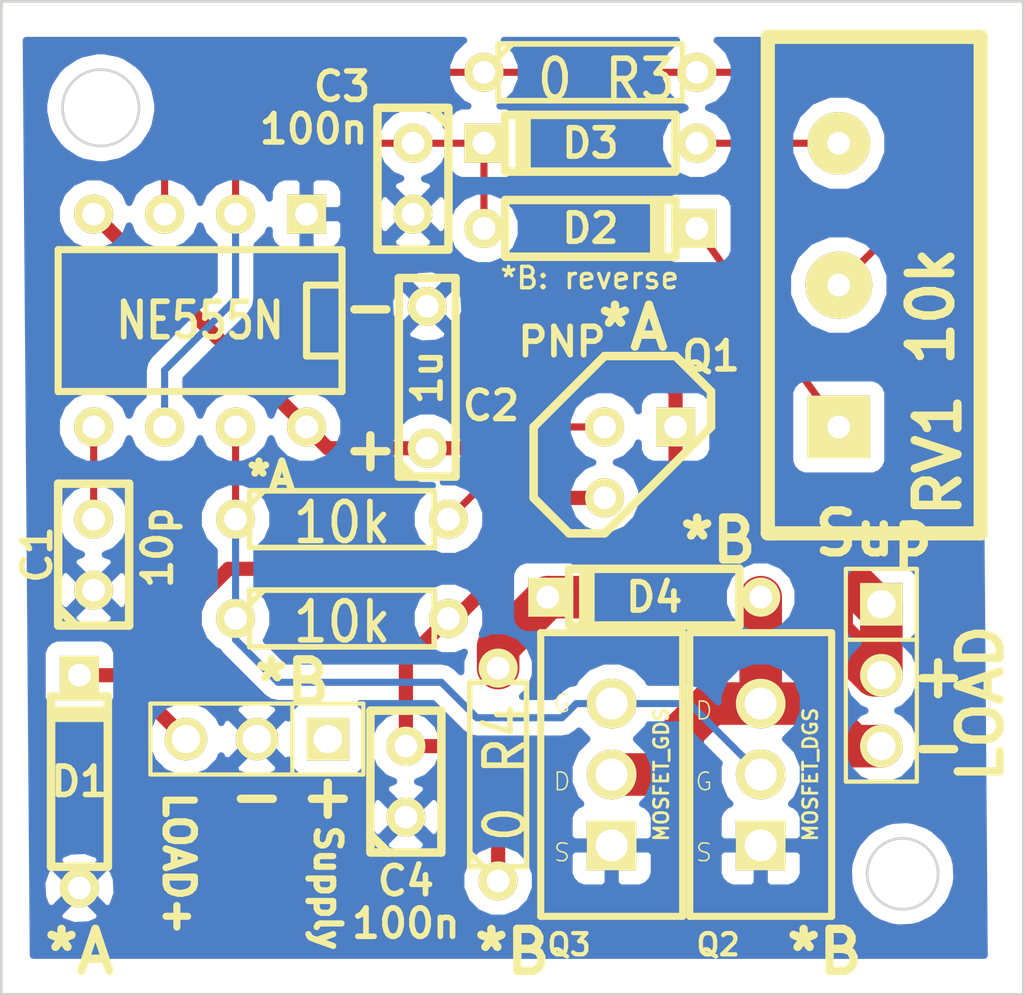
<source format=kicad_pcb>
(kicad_pcb (version 3) (host pcbnew "(2013-june-11)-stable")

  (general
    (links 38)
    (no_connects 1)
    (area 38.557999 22.809999 76.595715 58.470001)
    (thickness 1.6)
    (drawings 25)
    (tracks 78)
    (zones 0)
    (modules 19)
    (nets 13)
  )

  (page A3)
  (layers
    (15 F.Cu signal)
    (0 B.Cu signal)
    (16 B.Adhes user)
    (17 F.Adhes user)
    (18 B.Paste user)
    (19 F.Paste user)
    (20 B.SilkS user)
    (21 F.SilkS user)
    (22 B.Mask user)
    (23 F.Mask user)
    (24 Dwgs.User user hide)
    (25 Cmts.User user hide)
    (26 Eco1.User user hide)
    (27 Eco2.User user hide)
    (28 Edge.Cuts user)
  )

  (setup
    (last_trace_width 0.254)
    (trace_clearance 0.381)
    (zone_clearance 0.508)
    (zone_45_only yes)
    (trace_min 0.254)
    (segment_width 0.2)
    (edge_width 0.1)
    (via_size 0.889)
    (via_drill 0.635)
    (via_min_size 0.889)
    (via_min_drill 0.508)
    (uvia_size 0.508)
    (uvia_drill 0.127)
    (uvias_allowed no)
    (uvia_min_size 0.508)
    (uvia_min_drill 0.127)
    (pcb_text_width 0.3)
    (pcb_text_size 1.5 1.5)
    (mod_edge_width 0.254)
    (mod_text_size 1 1)
    (mod_text_width 0.15)
    (pad_size 1.778 1.778)
    (pad_drill 1.143)
    (pad_to_mask_clearance 0)
    (aux_axis_origin 0 0)
    (visible_elements FFFFFFBF)
    (pcbplotparams
      (layerselection 284196865)
      (usegerberextensions true)
      (excludeedgelayer true)
      (linewidth 0.150000)
      (plotframeref false)
      (viasonmask false)
      (mode 1)
      (useauxorigin false)
      (hpglpennumber 1)
      (hpglpenspeed 20)
      (hpglpendiameter 15)
      (hpglpenoverlay 2)
      (psnegative false)
      (psa4output false)
      (plotreference true)
      (plotvalue true)
      (plotothertext true)
      (plotinvisibletext false)
      (padsonsilk false)
      (subtractmaskfromsilk false)
      (outputformat 1)
      (mirror false)
      (drillshape 0)
      (scaleselection 1)
      (outputdirectory gerb/))
  )

  (net 0 "")
  (net 1 /SIG)
  (net 2 /Vload)
  (net 3 /Vload+)
  (net 4 /Vload-)
  (net 5 GND)
  (net 6 N-0000010)
  (net 7 N-0000011)
  (net 8 N-0000012)
  (net 9 N-000005)
  (net 10 N-000007)
  (net 11 N-000009)
  (net 12 VCC)

  (net_class Default "This is the default net class."
    (clearance 0.381)
    (trace_width 0.254)
    (via_dia 0.889)
    (via_drill 0.635)
    (uvia_dia 0.508)
    (uvia_drill 0.127)
    (add_net "")
    (add_net /SIG)
    (add_net N-0000010)
    (add_net N-0000011)
    (add_net N-0000012)
    (add_net N-000005)
    (add_net N-000007)
    (add_net N-000009)
  )

  (net_class HiPower ""
    (clearance 0.381)
    (trace_width 1.524)
    (via_dia 0.889)
    (via_drill 0.635)
    (uvia_dia 0.508)
    (uvia_drill 0.127)
    (add_net /Vload+)
    (add_net /Vload-)
    (add_net GND)
  )

  (net_class Power ""
    (clearance 0.381)
    (trace_width 0.508)
    (via_dia 0.889)
    (via_drill 0.635)
    (uvia_dia 0.508)
    (uvia_drill 0.127)
    (add_net /Vload)
    (add_net VCC)
  )

  (module TO220DGS (layer F.Cu) (tedit 541788A8) (tstamp 54178249)
    (at 65.786 50.546)
    (descr "Transistor TO 220")
    (tags "TR TO220 DEV")
    (path /53DED315)
    (fp_text reference Q2 (at -1.524 6.096) (layer F.SilkS)
      (effects (font (size 0.762 0.762) (thickness 0.1524)))
    )
    (fp_text value MOSFET_DGS (at 1.778 0 90) (layer F.SilkS)
      (effects (font (size 0.508 0.508) (thickness 0.1016)))
    )
    (fp_text user S (at -2.032 2.794) (layer F.SilkS)
      (effects (font (size 0.635 0.635) (thickness 0.0508)))
    )
    (fp_text user G (at -2.032 0.254) (layer F.SilkS)
      (effects (font (size 0.635 0.635) (thickness 0.0508)))
    )
    (fp_text user D (at -2.032 -2.286) (layer F.SilkS)
      (effects (font (size 0.635 0.635) (thickness 0.0508)))
    )
    (fp_line (start -2.54 -5.08) (end 2.54 -5.08) (layer F.SilkS) (width 0.254))
    (fp_line (start 2.54 -5.08) (end 2.54 5.08) (layer F.SilkS) (width 0.254))
    (fp_line (start 2.54 5.08) (end -2.54 5.08) (layer F.SilkS) (width 0.254))
    (fp_line (start -2.54 5.08) (end -2.54 -5.08) (layer F.SilkS) (width 0.254))
    (pad S thru_hole rect (at 0 2.54) (size 1.778 1.778) (drill 1.143)
      (layers *.Cu *.Mask F.SilkS)
      (net 5 GND)
    )
    (pad D thru_hole circle (at 0 -2.54) (size 1.778 1.778) (drill 1.143)
      (layers *.Cu *.Mask F.SilkS)
      (net 4 /Vload-)
    )
    (pad G thru_hole circle (at 0 0) (size 1.778 1.778) (drill 1.143)
      (layers *.Cu *.Mask F.SilkS)
      (net 1 /SIG)
    )
  )

  (module TO220GDS (layer F.Cu) (tedit 5417884B) (tstamp 54138B5B)
    (at 60.452 50.546)
    (descr "Transistor VMOS Irf530, TO220")
    (tags "TR TO220 DEV")
    (path /54110B74)
    (fp_text reference Q3 (at -1.524 6.096) (layer F.SilkS)
      (effects (font (size 0.762 0.762) (thickness 0.1524)))
    )
    (fp_text value MOSFET_GDS (at 1.778 0 90) (layer F.SilkS)
      (effects (font (size 0.508 0.508) (thickness 0.1016)))
    )
    (fp_text user S (at -1.778 2.794) (layer F.SilkS)
      (effects (font (size 0.635 0.635) (thickness 0.0508)))
    )
    (fp_text user D (at -1.778 0.254) (layer F.SilkS)
      (effects (font (size 0.635 0.635) (thickness 0.0508)))
    )
    (fp_text user G (at -1.778 -2.54) (layer F.SilkS)
      (effects (font (size 0.635 0.635) (thickness 0.0508)))
    )
    (fp_line (start -2.54 -5.08) (end 2.54 -5.08) (layer F.SilkS) (width 0.254))
    (fp_line (start 2.54 -5.08) (end 2.54 5.08) (layer F.SilkS) (width 0.254))
    (fp_line (start 2.54 5.08) (end -2.54 5.08) (layer F.SilkS) (width 0.254))
    (fp_line (start -2.54 5.08) (end -2.54 -5.08) (layer F.SilkS) (width 0.254))
    (pad G thru_hole circle (at 0 -2.54) (size 1.778 1.778) (drill 1.143)
      (layers *.Cu *.Mask F.SilkS)
      (net 1 /SIG)
    )
    (pad D thru_hole circle (at 0 0) (size 1.778 1.778) (drill 1.143)
      (layers *.Cu *.Mask F.SilkS)
      (net 4 /Vload-)
    )
    (pad S thru_hole rect (at 0 2.54) (size 1.778 1.778) (drill 1.143)
      (layers *.Cu *.Mask F.SilkS)
      (net 5 GND)
    )
  )

  (module POTA_Fav (layer F.Cu) (tedit 540D0C96) (tstamp 53DDAD7E)
    (at 73.66 33.02 180)
    (path /53DD9B5B)
    (fp_text reference RV1 (at 1.524 -6.096 270) (layer F.SilkS)
      (effects (font (size 1.524 1.524) (thickness 0.3048)))
    )
    (fp_text value 10k (at 1.778 -0.762 270) (layer F.SilkS)
      (effects (font (size 1.524 1.524) (thickness 0.3048)))
    )
    (fp_line (start 0 8.89) (end 0 -8.89) (layer F.SilkS) (width 0.508))
    (fp_line (start 7.62 8.89) (end 7.62 -8.89) (layer F.SilkS) (width 0.508))
    (fp_line (start 7.62 8.89) (end 0 8.89) (layer F.SilkS) (width 0.508))
    (fp_line (start 0 -8.89) (end 7.62 -8.89) (layer F.SilkS) (width 0.508))
    (pad 2 thru_hole circle (at 5.08 0 180) (size 2.39522 2.39522) (drill 0.8128)
      (layers *.Cu *.Mask F.SilkS)
      (net 9 N-000005)
    )
    (pad 1 thru_hole rect (at 5.08 -5.08 180) (size 2.24028 2.24028) (drill 0.8128)
      (layers *.Cu *.Mask F.SilkS)
      (net 7 N-0000011)
    )
    (pad 3 thru_hole circle (at 5.08 5.08 180) (size 2.24028 2.24028) (drill 0.8128)
      (layers *.Cu *.Mask F.SilkS)
      (net 6 N-0000010)
    )
  )

  (module R3 (layer F.Cu) (tedit 4E4C0E65) (tstamp 53DED5B1)
    (at 50.8 41.402)
    (descr "Resitance 3 pas")
    (tags R)
    (path /53DD9A98)
    (autoplace_cost180 10)
    (fp_text reference R1 (at 0 0.127) (layer F.SilkS) hide
      (effects (font (size 1.397 1.27) (thickness 0.2032)))
    )
    (fp_text value 10k (at 0 0.127) (layer F.SilkS)
      (effects (font (size 1.397 1.27) (thickness 0.2032)))
    )
    (fp_line (start -3.81 0) (end -3.302 0) (layer F.SilkS) (width 0.2032))
    (fp_line (start 3.81 0) (end 3.302 0) (layer F.SilkS) (width 0.2032))
    (fp_line (start 3.302 0) (end 3.302 -1.016) (layer F.SilkS) (width 0.2032))
    (fp_line (start 3.302 -1.016) (end -3.302 -1.016) (layer F.SilkS) (width 0.2032))
    (fp_line (start -3.302 -1.016) (end -3.302 1.016) (layer F.SilkS) (width 0.2032))
    (fp_line (start -3.302 1.016) (end 3.302 1.016) (layer F.SilkS) (width 0.2032))
    (fp_line (start 3.302 1.016) (end 3.302 0) (layer F.SilkS) (width 0.2032))
    (fp_line (start -3.302 -0.508) (end -2.794 -1.016) (layer F.SilkS) (width 0.2032))
    (pad 1 thru_hole circle (at -3.81 0) (size 1.397 1.397) (drill 0.8128)
      (layers *.Cu *.Mask F.SilkS)
      (net 1 /SIG)
    )
    (pad 2 thru_hole circle (at 3.81 0) (size 1.397 1.397) (drill 0.8128)
      (layers *.Cu *.Mask F.SilkS)
      (net 8 N-0000012)
    )
    (model discret/resistor.wrl
      (at (xyz 0 0 0))
      (scale (xyz 0.3 0.3 0.3))
      (rotate (xyz 0 0 0))
    )
  )

  (module PIN_ARRAY_3X1 (layer F.Cu) (tedit 540D0FBB) (tstamp 53DDA92E)
    (at 47.752 49.276 180)
    (descr "Connecteur 3 pins")
    (tags "CONN DEV")
    (path /541423F8)
    (fp_text reference K1 (at 4.572 0 270) (layer F.SilkS) hide
      (effects (font (size 1.016 1.016) (thickness 0.1524)))
    )
    (fp_text value POWER (at 0 -2.159 180) (layer F.SilkS) hide
      (effects (font (size 1.016 1.016) (thickness 0.1524)))
    )
    (fp_line (start -3.81 1.27) (end -3.81 -1.27) (layer F.SilkS) (width 0.1524))
    (fp_line (start -3.81 -1.27) (end 3.81 -1.27) (layer F.SilkS) (width 0.1524))
    (fp_line (start 3.81 -1.27) (end 3.81 1.27) (layer F.SilkS) (width 0.1524))
    (fp_line (start 3.81 1.27) (end -3.81 1.27) (layer F.SilkS) (width 0.1524))
    (fp_line (start -1.27 -1.27) (end -1.27 1.27) (layer F.SilkS) (width 0.1524))
    (pad 1 thru_hole rect (at -2.54 0 180) (size 1.524 1.524) (drill 1.016)
      (layers *.Cu *.Mask F.SilkS)
      (net 12 VCC)
    )
    (pad 2 thru_hole circle (at 0 0 180) (size 1.524 1.524) (drill 1.016)
      (layers *.Cu *.Mask F.SilkS)
      (net 5 GND)
    )
    (pad 3 thru_hole circle (at 2.54 0 180) (size 1.524 1.524) (drill 1.016)
      (layers *.Cu *.Mask F.SilkS)
      (net 2 /Vload)
    )
    (model pin_array/pins_array_3x1.wrl
      (at (xyz 0 0 0))
      (scale (xyz 1 1 1))
      (rotate (xyz 0 0 0))
    )
  )

  (module DIP-8__300 (layer F.Cu) (tedit 540D0F70) (tstamp 53DDAA3C)
    (at 45.72 34.29 180)
    (descr "8 pins DIL package, round pads")
    (tags DIL)
    (path /541422CC)
    (fp_text reference U1 (at -6.35 0 270) (layer F.SilkS) hide
      (effects (font (size 1.27 1.143) (thickness 0.2032)))
    )
    (fp_text value NE555N (at 0 0 180) (layer F.SilkS)
      (effects (font (size 1.27 1.016) (thickness 0.2032)))
    )
    (fp_line (start -5.08 -1.27) (end -3.81 -1.27) (layer F.SilkS) (width 0.254))
    (fp_line (start -3.81 -1.27) (end -3.81 1.27) (layer F.SilkS) (width 0.254))
    (fp_line (start -3.81 1.27) (end -5.08 1.27) (layer F.SilkS) (width 0.254))
    (fp_line (start -5.08 -2.54) (end 5.08 -2.54) (layer F.SilkS) (width 0.254))
    (fp_line (start 5.08 -2.54) (end 5.08 2.54) (layer F.SilkS) (width 0.254))
    (fp_line (start 5.08 2.54) (end -5.08 2.54) (layer F.SilkS) (width 0.254))
    (fp_line (start -5.08 2.54) (end -5.08 -2.54) (layer F.SilkS) (width 0.254))
    (pad 1 thru_hole rect (at -3.81 3.81 180) (size 1.397 1.397) (drill 0.8128)
      (layers *.Cu *.Mask F.SilkS)
      (net 5 GND)
    )
    (pad 2 thru_hole circle (at -1.27 3.81 180) (size 1.397 1.397) (drill 0.8128)
      (layers *.Cu *.Mask F.SilkS)
      (net 11 N-000009)
    )
    (pad 3 thru_hole circle (at 1.27 3.81 180) (size 1.397 1.397) (drill 0.8128)
      (layers *.Cu *.Mask F.SilkS)
      (net 9 N-000005)
    )
    (pad 4 thru_hole circle (at 3.81 3.81 180) (size 1.397 1.397) (drill 0.8128)
      (layers *.Cu *.Mask F.SilkS)
      (net 12 VCC)
    )
    (pad 5 thru_hole circle (at 3.81 -3.81 180) (size 1.397 1.397) (drill 0.8128)
      (layers *.Cu *.Mask F.SilkS)
      (net 10 N-000007)
    )
    (pad 6 thru_hole circle (at 1.27 -3.81 180) (size 1.397 1.397) (drill 0.8128)
      (layers *.Cu *.Mask F.SilkS)
      (net 11 N-000009)
    )
    (pad 7 thru_hole circle (at -1.27 -3.81 180) (size 1.397 1.397) (drill 0.8128)
      (layers *.Cu *.Mask F.SilkS)
      (net 1 /SIG)
    )
    (pad 8 thru_hole circle (at -3.81 -3.81 180) (size 1.397 1.397) (drill 0.8128)
      (layers *.Cu *.Mask F.SilkS)
      (net 12 VCC)
    )
    (model dil/dil_8.wrl
      (at (xyz 0 0 0))
      (scale (xyz 1 1 1))
      (rotate (xyz 0 0 0))
    )
  )

  (module D3 (layer F.Cu) (tedit 200000) (tstamp 53DDA951)
    (at 59.69 30.988)
    (descr "Diode 3 pas")
    (tags "DIODE DEV")
    (path /53DD9BA4)
    (fp_text reference D2 (at 0 0) (layer F.SilkS)
      (effects (font (size 1.016 1.016) (thickness 0.2032)))
    )
    (fp_text value DIODESCH (at 0 0) (layer F.SilkS) hide
      (effects (font (size 1.016 1.016) (thickness 0.2032)))
    )
    (fp_line (start 3.81 0) (end 3.048 0) (layer F.SilkS) (width 0.3048))
    (fp_line (start 3.048 0) (end 3.048 -1.016) (layer F.SilkS) (width 0.3048))
    (fp_line (start 3.048 -1.016) (end -3.048 -1.016) (layer F.SilkS) (width 0.3048))
    (fp_line (start -3.048 -1.016) (end -3.048 0) (layer F.SilkS) (width 0.3048))
    (fp_line (start -3.048 0) (end -3.81 0) (layer F.SilkS) (width 0.3048))
    (fp_line (start -3.048 0) (end -3.048 1.016) (layer F.SilkS) (width 0.3048))
    (fp_line (start -3.048 1.016) (end 3.048 1.016) (layer F.SilkS) (width 0.3048))
    (fp_line (start 3.048 1.016) (end 3.048 0) (layer F.SilkS) (width 0.3048))
    (fp_line (start 2.54 -1.016) (end 2.54 1.016) (layer F.SilkS) (width 0.3048))
    (fp_line (start 2.286 1.016) (end 2.286 -1.016) (layer F.SilkS) (width 0.3048))
    (pad 2 thru_hole rect (at 3.81 0) (size 1.397 1.397) (drill 0.8128)
      (layers *.Cu *.Mask F.SilkS)
      (net 7 N-0000011)
    )
    (pad 1 thru_hole circle (at -3.81 0) (size 1.397 1.397) (drill 0.8128)
      (layers *.Cu *.Mask F.SilkS)
      (net 11 N-000009)
    )
    (model discret/diode.wrl
      (at (xyz 0 0 0))
      (scale (xyz 0.3 0.3 0.3))
      (rotate (xyz 0 0 0))
    )
  )

  (module D3 (layer F.Cu) (tedit 200000) (tstamp 53DDA961)
    (at 59.69 27.94 180)
    (descr "Diode 3 pas")
    (tags "DIODE DEV")
    (path /53DD9BB6)
    (fp_text reference D3 (at 0 0 180) (layer F.SilkS)
      (effects (font (size 1.016 1.016) (thickness 0.2032)))
    )
    (fp_text value DIODESCH (at 0 0 180) (layer F.SilkS) hide
      (effects (font (size 1.016 1.016) (thickness 0.2032)))
    )
    (fp_line (start 3.81 0) (end 3.048 0) (layer F.SilkS) (width 0.3048))
    (fp_line (start 3.048 0) (end 3.048 -1.016) (layer F.SilkS) (width 0.3048))
    (fp_line (start 3.048 -1.016) (end -3.048 -1.016) (layer F.SilkS) (width 0.3048))
    (fp_line (start -3.048 -1.016) (end -3.048 0) (layer F.SilkS) (width 0.3048))
    (fp_line (start -3.048 0) (end -3.81 0) (layer F.SilkS) (width 0.3048))
    (fp_line (start -3.048 0) (end -3.048 1.016) (layer F.SilkS) (width 0.3048))
    (fp_line (start -3.048 1.016) (end 3.048 1.016) (layer F.SilkS) (width 0.3048))
    (fp_line (start 3.048 1.016) (end 3.048 0) (layer F.SilkS) (width 0.3048))
    (fp_line (start 2.54 -1.016) (end 2.54 1.016) (layer F.SilkS) (width 0.3048))
    (fp_line (start 2.286 1.016) (end 2.286 -1.016) (layer F.SilkS) (width 0.3048))
    (pad 2 thru_hole rect (at 3.81 0 180) (size 1.397 1.397) (drill 0.8128)
      (layers *.Cu *.Mask F.SilkS)
      (net 11 N-000009)
    )
    (pad 1 thru_hole circle (at -3.81 0 180) (size 1.397 1.397) (drill 0.8128)
      (layers *.Cu *.Mask F.SilkS)
      (net 6 N-0000010)
    )
    (model discret/diode.wrl
      (at (xyz 0 0 0))
      (scale (xyz 0.3 0.3 0.3))
      (rotate (xyz 0 0 0))
    )
  )

  (module D3 (layer F.Cu) (tedit 53DDAAB4) (tstamp 53DDA971)
    (at 41.402 50.8 90)
    (descr "Diode 3 pas")
    (tags "DIODE DEV")
    (path /53DD9F56)
    (fp_text reference D1 (at 0 0 180) (layer F.SilkS)
      (effects (font (size 1.016 1.016) (thickness 0.2032)))
    )
    (fp_text value DIODESCH (at 0 0 90) (layer F.SilkS) hide
      (effects (font (size 1.016 1.016) (thickness 0.2032)))
    )
    (fp_line (start 3.81 0) (end 3.048 0) (layer F.SilkS) (width 0.3048))
    (fp_line (start 3.048 0) (end 3.048 -1.016) (layer F.SilkS) (width 0.3048))
    (fp_line (start 3.048 -1.016) (end -3.048 -1.016) (layer F.SilkS) (width 0.3048))
    (fp_line (start -3.048 -1.016) (end -3.048 0) (layer F.SilkS) (width 0.3048))
    (fp_line (start -3.048 0) (end -3.81 0) (layer F.SilkS) (width 0.3048))
    (fp_line (start -3.048 0) (end -3.048 1.016) (layer F.SilkS) (width 0.3048))
    (fp_line (start -3.048 1.016) (end 3.048 1.016) (layer F.SilkS) (width 0.3048))
    (fp_line (start 3.048 1.016) (end 3.048 0) (layer F.SilkS) (width 0.3048))
    (fp_line (start 2.54 -1.016) (end 2.54 1.016) (layer F.SilkS) (width 0.3048))
    (fp_line (start 2.286 1.016) (end 2.286 -1.016) (layer F.SilkS) (width 0.3048))
    (pad 2 thru_hole rect (at 3.81 0 90) (size 1.397 1.397) (drill 0.8128)
      (layers *.Cu *.Mask F.SilkS)
      (net 2 /Vload)
    )
    (pad 1 thru_hole circle (at -3.81 0 90) (size 1.397 1.397) (drill 0.8128)
      (layers *.Cu *.Mask F.SilkS)
      (net 5 GND)
    )
    (model discret/diode.wrl
      (at (xyz 0 0 0))
      (scale (xyz 0.3 0.3 0.3))
      (rotate (xyz 0 0 0))
    )
  )

  (module C1 (layer F.Cu) (tedit 540D0E6D) (tstamp 540D0DFD)
    (at 41.91 42.672 90)
    (descr "Condensateur e = 1 pas")
    (tags C)
    (path /53DD991A)
    (fp_text reference C1 (at 0 -2.032 90) (layer F.SilkS)
      (effects (font (size 1.016 1.016) (thickness 0.2032)))
    )
    (fp_text value 10p (at 0.254 2.286 90) (layer F.SilkS)
      (effects (font (size 1.016 1.016) (thickness 0.2032)))
    )
    (fp_line (start -2.4892 -1.27) (end 2.54 -1.27) (layer F.SilkS) (width 0.3048))
    (fp_line (start 2.54 -1.27) (end 2.54 1.27) (layer F.SilkS) (width 0.3048))
    (fp_line (start 2.54 1.27) (end -2.54 1.27) (layer F.SilkS) (width 0.3048))
    (fp_line (start -2.54 1.27) (end -2.54 -1.27) (layer F.SilkS) (width 0.3048))
    (fp_line (start -2.54 -0.635) (end -1.905 -1.27) (layer F.SilkS) (width 0.3048))
    (pad 1 thru_hole circle (at -1.27 0 90) (size 1.397 1.397) (drill 0.8128)
      (layers *.Cu *.Mask F.SilkS)
      (net 5 GND)
    )
    (pad 2 thru_hole circle (at 1.27 0 90) (size 1.397 1.397) (drill 0.8128)
      (layers *.Cu *.Mask F.SilkS)
      (net 10 N-000007)
    )
    (model discret/capa_1_pas.wrl
      (at (xyz 0 0 0))
      (scale (xyz 1 1 1))
      (rotate (xyz 0 0 0))
    )
  )

  (module C1 (layer F.Cu) (tedit 540D0EB0) (tstamp 53DDA992)
    (at 53.34 29.21 270)
    (descr "Condensateur e = 1 pas")
    (tags C)
    (path /53DD9CF6)
    (fp_text reference C3 (at -3.302 2.54 360) (layer F.SilkS)
      (effects (font (size 1.016 1.016) (thickness 0.2032)))
    )
    (fp_text value 100n (at -1.778 3.556 360) (layer F.SilkS)
      (effects (font (size 1.016 1.016) (thickness 0.2032)))
    )
    (fp_line (start -2.4892 -1.27) (end 2.54 -1.27) (layer F.SilkS) (width 0.3048))
    (fp_line (start 2.54 -1.27) (end 2.54 1.27) (layer F.SilkS) (width 0.3048))
    (fp_line (start 2.54 1.27) (end -2.54 1.27) (layer F.SilkS) (width 0.3048))
    (fp_line (start -2.54 1.27) (end -2.54 -1.27) (layer F.SilkS) (width 0.3048))
    (fp_line (start -2.54 -0.635) (end -1.905 -1.27) (layer F.SilkS) (width 0.3048))
    (pad 1 thru_hole circle (at -1.27 0 270) (size 1.397 1.397) (drill 0.8128)
      (layers *.Cu *.Mask F.SilkS)
      (net 11 N-000009)
    )
    (pad 2 thru_hole circle (at 1.27 0 270) (size 1.397 1.397) (drill 0.8128)
      (layers *.Cu *.Mask F.SilkS)
      (net 5 GND)
    )
    (model discret/capa_1_pas.wrl
      (at (xyz 0 0 0))
      (scale (xyz 1 1 1))
      (rotate (xyz 0 0 0))
    )
  )

  (module TO92 (layer F.Cu) (tedit 540D0CAA) (tstamp 53DDAE24)
    (at 61.468 39.37)
    (descr "Transistor TO92 brochage type BC237")
    (tags "TR TO92")
    (path /53DD9ACD)
    (fp_text reference Q1 (at 2.54 -3.81) (layer F.SilkS)
      (effects (font (size 1.016 1.016) (thickness 0.2032)))
    )
    (fp_text value PNP (at -2.794 -4.318) (layer F.SilkS)
      (effects (font (size 1.016 1.016) (thickness 0.2032)))
    )
    (fp_line (start -1.27 2.54) (end 2.54 -1.27) (layer F.SilkS) (width 0.3048))
    (fp_line (start 2.54 -1.27) (end 2.54 -2.54) (layer F.SilkS) (width 0.3048))
    (fp_line (start 2.54 -2.54) (end 1.27 -3.81) (layer F.SilkS) (width 0.3048))
    (fp_line (start 1.27 -3.81) (end -1.27 -3.81) (layer F.SilkS) (width 0.3048))
    (fp_line (start -1.27 -3.81) (end -3.81 -1.27) (layer F.SilkS) (width 0.3048))
    (fp_line (start -3.81 -1.27) (end -3.81 1.27) (layer F.SilkS) (width 0.3048))
    (fp_line (start -3.81 1.27) (end -2.54 2.54) (layer F.SilkS) (width 0.3048))
    (fp_line (start -2.54 2.54) (end -1.27 2.54) (layer F.SilkS) (width 0.3048))
    (pad 1 thru_hole rect (at 1.27 -1.27) (size 1.397 1.397) (drill 0.8128)
      (layers *.Cu *.Mask F.SilkS)
      (net 12 VCC)
    )
    (pad 2 thru_hole circle (at -1.27 -1.27) (size 1.397 1.397) (drill 0.8128)
      (layers *.Cu *.Mask F.SilkS)
      (net 8 N-0000012)
    )
    (pad 3 thru_hole circle (at -1.27 1.27) (size 1.397 1.397) (drill 0.8128)
      (layers *.Cu *.Mask F.SilkS)
      (net 2 /Vload)
    )
    (model discret/to98.wrl
      (at (xyz 0 0 0))
      (scale (xyz 1 1 1))
      (rotate (xyz 0 0 0))
    )
  )

  (module R3 (layer F.Cu) (tedit 540CE38A) (tstamp 53F0A5A6)
    (at 50.8 44.958)
    (descr "Resitance 3 pas")
    (tags R)
    (path /53DED36D)
    (autoplace_cost180 10)
    (fp_text reference R2 (at 0 0.127) (layer F.SilkS) hide
      (effects (font (size 1.397 1.27) (thickness 0.2032)))
    )
    (fp_text value 10k (at 0 0.127) (layer F.SilkS)
      (effects (font (size 1.397 1.27) (thickness 0.2032)))
    )
    (fp_line (start -3.81 0) (end -3.302 0) (layer F.SilkS) (width 0.2032))
    (fp_line (start 3.81 0) (end 3.302 0) (layer F.SilkS) (width 0.2032))
    (fp_line (start 3.302 0) (end 3.302 -1.016) (layer F.SilkS) (width 0.2032))
    (fp_line (start 3.302 -1.016) (end -3.302 -1.016) (layer F.SilkS) (width 0.2032))
    (fp_line (start -3.302 -1.016) (end -3.302 1.016) (layer F.SilkS) (width 0.2032))
    (fp_line (start -3.302 1.016) (end 3.302 1.016) (layer F.SilkS) (width 0.2032))
    (fp_line (start 3.302 1.016) (end 3.302 0) (layer F.SilkS) (width 0.2032))
    (fp_line (start -3.302 -0.508) (end -2.794 -1.016) (layer F.SilkS) (width 0.2032))
    (pad 1 thru_hole circle (at -3.81 0) (size 1.397 1.397) (drill 0.8128)
      (layers *.Cu *.Mask F.SilkS)
      (net 1 /SIG)
    )
    (pad 2 thru_hole circle (at 3.81 0) (size 1.397 1.397) (drill 0.8128)
      (layers *.Cu *.Mask F.SilkS)
      (net 12 VCC)
    )
    (model discret/resistor.wrl
      (at (xyz 0 0 0))
      (scale (xyz 0.3 0.3 0.3))
      (rotate (xyz 0 0 0))
    )
  )

  (module D3 (layer F.Cu) (tedit 540CE464) (tstamp 53DEE27C)
    (at 61.976 44.196 180)
    (descr "Diode 3 pas")
    (tags "DIODE DEV")
    (path /53DEE15B)
    (fp_text reference D4 (at 0 0 180) (layer F.SilkS)
      (effects (font (size 1.016 1.016) (thickness 0.2032)))
    )
    (fp_text value DIODESCH (at 0 0 180) (layer F.SilkS) hide
      (effects (font (size 1.016 1.016) (thickness 0.2032)))
    )
    (fp_line (start 3.81 0) (end 3.048 0) (layer F.SilkS) (width 0.3048))
    (fp_line (start 3.048 0) (end 3.048 -1.016) (layer F.SilkS) (width 0.3048))
    (fp_line (start 3.048 -1.016) (end -3.048 -1.016) (layer F.SilkS) (width 0.3048))
    (fp_line (start -3.048 -1.016) (end -3.048 0) (layer F.SilkS) (width 0.3048))
    (fp_line (start -3.048 0) (end -3.81 0) (layer F.SilkS) (width 0.3048))
    (fp_line (start -3.048 0) (end -3.048 1.016) (layer F.SilkS) (width 0.3048))
    (fp_line (start -3.048 1.016) (end 3.048 1.016) (layer F.SilkS) (width 0.3048))
    (fp_line (start 3.048 1.016) (end 3.048 0) (layer F.SilkS) (width 0.3048))
    (fp_line (start 2.54 -1.016) (end 2.54 1.016) (layer F.SilkS) (width 0.3048))
    (fp_line (start 2.286 1.016) (end 2.286 -1.016) (layer F.SilkS) (width 0.3048))
    (pad 2 thru_hole rect (at 3.81 0 180) (size 1.397 1.397) (drill 0.8128)
      (layers *.Cu *.Mask F.SilkS)
      (net 3 /Vload+)
    )
    (pad 1 thru_hole circle (at -3.81 0 180) (size 1.397 1.397) (drill 0.8128)
      (layers *.Cu *.Mask F.SilkS)
      (net 4 /Vload-)
    )
    (model discret/diode.wrl
      (at (xyz 0 0 0))
      (scale (xyz 0.3 0.3 0.3))
      (rotate (xyz 0 0 0))
    )
  )

  (module R3 (layer F.Cu) (tedit 540E44C8) (tstamp 540D0E3A)
    (at 59.69 25.4)
    (descr "Resitance 3 pas")
    (tags R)
    (path /540CF01B)
    (autoplace_cost180 10)
    (fp_text reference R3 (at 1.778 0.254) (layer F.SilkS)
      (effects (font (size 1.397 1.27) (thickness 0.2032)))
    )
    (fp_text value 0 (at -1.27 0.254) (layer F.SilkS)
      (effects (font (size 1.397 1.27) (thickness 0.2032)))
    )
    (fp_line (start -3.81 0) (end -3.302 0) (layer F.SilkS) (width 0.2032))
    (fp_line (start 3.81 0) (end 3.302 0) (layer F.SilkS) (width 0.2032))
    (fp_line (start 3.302 0) (end 3.302 -1.016) (layer F.SilkS) (width 0.2032))
    (fp_line (start 3.302 -1.016) (end -3.302 -1.016) (layer F.SilkS) (width 0.2032))
    (fp_line (start -3.302 -1.016) (end -3.302 1.016) (layer F.SilkS) (width 0.2032))
    (fp_line (start -3.302 1.016) (end 3.302 1.016) (layer F.SilkS) (width 0.2032))
    (fp_line (start 3.302 1.016) (end 3.302 0) (layer F.SilkS) (width 0.2032))
    (fp_line (start -3.302 -0.508) (end -2.794 -1.016) (layer F.SilkS) (width 0.2032))
    (pad 1 thru_hole circle (at -3.81 0) (size 1.397 1.397) (drill 0.8128)
      (layers *.Cu *.Mask F.SilkS)
      (net 9 N-000005)
    )
    (pad 2 thru_hole circle (at 3.81 0) (size 1.397 1.397) (drill 0.8128)
      (layers *.Cu *.Mask F.SilkS)
      (net 9 N-000005)
    )
    (model discret/resistor.wrl
      (at (xyz 0 0 0))
      (scale (xyz 0.3 0.3 0.3))
      (rotate (xyz 0 0 0))
    )
  )

  (module R3 (layer F.Cu) (tedit 541109E1) (tstamp 54178694)
    (at 56.388 50.546 90)
    (descr "Resitance 3 pas")
    (tags R)
    (path /5410FFE4)
    (autoplace_cost180 10)
    (fp_text reference R4 (at 1.27 0.254 90) (layer F.SilkS)
      (effects (font (size 1.397 1.27) (thickness 0.2032)))
    )
    (fp_text value 0 (at -1.778 0.254 90) (layer F.SilkS)
      (effects (font (size 1.397 1.27) (thickness 0.2032)))
    )
    (fp_line (start -3.81 0) (end -3.302 0) (layer F.SilkS) (width 0.2032))
    (fp_line (start 3.81 0) (end 3.302 0) (layer F.SilkS) (width 0.2032))
    (fp_line (start 3.302 0) (end 3.302 -1.016) (layer F.SilkS) (width 0.2032))
    (fp_line (start 3.302 -1.016) (end -3.302 -1.016) (layer F.SilkS) (width 0.2032))
    (fp_line (start -3.302 -1.016) (end -3.302 1.016) (layer F.SilkS) (width 0.2032))
    (fp_line (start -3.302 1.016) (end 3.302 1.016) (layer F.SilkS) (width 0.2032))
    (fp_line (start 3.302 1.016) (end 3.302 0) (layer F.SilkS) (width 0.2032))
    (fp_line (start -3.302 -0.508) (end -2.794 -1.016) (layer F.SilkS) (width 0.2032))
    (pad 1 thru_hole circle (at -3.81 0 90) (size 1.397 1.397) (drill 0.8128)
      (layers *.Cu *.Mask F.SilkS)
      (net 12 VCC)
    )
    (pad 2 thru_hole circle (at 3.81 0 90) (size 1.397 1.397) (drill 0.8128)
      (layers *.Cu *.Mask F.SilkS)
      (net 3 /Vload+)
    )
    (model discret/resistor.wrl
      (at (xyz 0 0 0))
      (scale (xyz 0.3 0.3 0.3))
      (rotate (xyz 0 0 0))
    )
  )

  (module PIN_ARRAY_3X1 (layer F.Cu) (tedit 54110916) (tstamp 5411040F)
    (at 70.104 46.99 270)
    (descr "Connecteur 3 pins")
    (tags "CONN DEV")
    (path /541423D3)
    (fp_text reference K2 (at 0.254 -2.159 270) (layer F.SilkS) hide
      (effects (font (size 1.016 1.016) (thickness 0.1524)))
    )
    (fp_text value LOAD (at 0 -2.159 270) (layer F.SilkS) hide
      (effects (font (size 1.016 1.016) (thickness 0.1524)))
    )
    (fp_line (start -3.81 1.27) (end -3.81 -1.27) (layer F.SilkS) (width 0.1524))
    (fp_line (start -3.81 -1.27) (end 3.81 -1.27) (layer F.SilkS) (width 0.1524))
    (fp_line (start 3.81 -1.27) (end 3.81 1.27) (layer F.SilkS) (width 0.1524))
    (fp_line (start 3.81 1.27) (end -3.81 1.27) (layer F.SilkS) (width 0.1524))
    (fp_line (start -1.27 -1.27) (end -1.27 1.27) (layer F.SilkS) (width 0.1524))
    (pad 1 thru_hole rect (at -2.54 0 270) (size 1.524 1.524) (drill 1.016)
      (layers *.Cu *.Mask F.SilkS)
      (net 3 /Vload+)
    )
    (pad 2 thru_hole circle (at 0 0 270) (size 1.524 1.524) (drill 1.016)
      (layers *.Cu *.Mask F.SilkS)
      (net 3 /Vload+)
    )
    (pad 3 thru_hole circle (at 2.54 0 270) (size 1.524 1.524) (drill 1.016)
      (layers *.Cu *.Mask F.SilkS)
      (net 4 /Vload-)
    )
    (model pin_array/pins_array_3x1.wrl
      (at (xyz 0 0 0))
      (scale (xyz 1 1 1))
      (rotate (xyz 0 0 0))
    )
  )

  (module C1 (layer F.Cu) (tedit 54178618) (tstamp 54123F32)
    (at 53.086 50.8 90)
    (descr "Condensateur e = 1 pas")
    (tags C)
    (path /54123F43)
    (fp_text reference C4 (at -3.556 0 180) (layer F.SilkS)
      (effects (font (size 1.016 1.016) (thickness 0.2032)))
    )
    (fp_text value 100n (at -5.08 0 180) (layer F.SilkS)
      (effects (font (size 1.016 1.016) (thickness 0.2032)))
    )
    (fp_line (start -2.4892 -1.27) (end 2.54 -1.27) (layer F.SilkS) (width 0.3048))
    (fp_line (start 2.54 -1.27) (end 2.54 1.27) (layer F.SilkS) (width 0.3048))
    (fp_line (start 2.54 1.27) (end -2.54 1.27) (layer F.SilkS) (width 0.3048))
    (fp_line (start -2.54 1.27) (end -2.54 -1.27) (layer F.SilkS) (width 0.3048))
    (fp_line (start -2.54 -0.635) (end -1.905 -1.27) (layer F.SilkS) (width 0.3048))
    (pad 1 thru_hole circle (at -1.27 0 90) (size 1.397 1.397) (drill 0.8128)
      (layers *.Cu *.Mask F.SilkS)
      (net 5 GND)
    )
    (pad 2 thru_hole circle (at 1.27 0 90) (size 1.397 1.397) (drill 0.8128)
      (layers *.Cu *.Mask F.SilkS)
      (net 12 VCC)
    )
    (model discret/capa_1_pas.wrl
      (at (xyz 0 0 0))
      (scale (xyz 1 1 1))
      (rotate (xyz 0 0 0))
    )
  )

  (module C2 (layer F.Cu) (tedit 5413AF02) (tstamp 5413A35B)
    (at 53.848 36.322 90)
    (descr "Condensateur = 2 pas")
    (tags C)
    (path /5413A1FF)
    (fp_text reference C2 (at -1.016 2.286 180) (layer F.SilkS)
      (effects (font (size 1.016 1.016) (thickness 0.2032)))
    )
    (fp_text value 1u (at 0 0 90) (layer F.SilkS)
      (effects (font (size 1.016 1.016) (thickness 0.2032)))
    )
    (fp_line (start -3.556 -1.016) (end 3.556 -1.016) (layer F.SilkS) (width 0.3048))
    (fp_line (start 3.556 -1.016) (end 3.556 1.016) (layer F.SilkS) (width 0.3048))
    (fp_line (start 3.556 1.016) (end -3.556 1.016) (layer F.SilkS) (width 0.3048))
    (fp_line (start -3.556 1.016) (end -3.556 -1.016) (layer F.SilkS) (width 0.3048))
    (fp_line (start -3.556 -0.508) (end -3.048 -1.016) (layer F.SilkS) (width 0.3048))
    (pad 1 thru_hole circle (at -2.54 0 90) (size 1.397 1.397) (drill 0.8128)
      (layers *.Cu *.Mask F.SilkS)
      (net 12 VCC)
    )
    (pad 2 thru_hole circle (at 2.54 0 90) (size 1.397 1.397) (drill 0.8128)
      (layers *.Cu *.Mask F.SilkS)
      (net 5 GND)
    )
    (model discret/capa_2pas_5x5mm.wrl
      (at (xyz 0 0 0))
      (scale (xyz 1 1 1))
      (rotate (xyz 0 0 0))
    )
  )

  (gr_text - (at 51.816 33.782) (layer F.SilkS)
    (effects (font (size 1.5 1.5) (thickness 0.3)))
  )
  (gr_text + (at 51.816 38.862) (layer F.SilkS)
    (effects (font (size 1.5 1.5) (thickness 0.3)))
  )
  (gr_text Sup (at 67.564 41.91) (layer F.SilkS)
    (effects (font (size 1.5 1.5) (thickness 0.3)) (justify left))
  )
  (gr_text Supply (at 50.292 54.61 270) (layer F.SilkS)
    (effects (font (size 0.889 0.889) (thickness 0.22225)))
  )
  (gr_text "*B: reverse" (at 56.388 32.766) (layer F.SilkS)
    (effects (font (size 0.762 0.762) (thickness 0.127)) (justify left))
  )
  (gr_circle (center 42.164 26.67) (end 42.672 25.4) (layer Edge.Cuts) (width 0.1))
  (gr_circle (center 70.866 54.102) (end 69.85 54.864) (layer Edge.Cuts) (width 0.1))
  (gr_line (start 38.608 22.86) (end 38.608 23.114) (angle 90) (layer Edge.Cuts) (width 0.1))
  (gr_line (start 38.608 58.42) (end 38.608 22.86) (angle 90) (layer Edge.Cuts) (width 0.1))
  (gr_line (start 75.184 58.42) (end 38.608 58.42) (angle 90) (layer Edge.Cuts) (width 0.1))
  (gr_line (start 75.184 22.86) (end 75.184 58.42) (angle 90) (layer Edge.Cuts) (width 0.1))
  (gr_line (start 38.608 22.86) (end 75.184 22.86) (angle 90) (layer Edge.Cuts) (width 0.1))
  (gr_text LOAD (at 73.66 48.006 90) (layer F.SilkS)
    (effects (font (size 1.5 1.5) (thickness 0.3)))
  )
  (gr_text - (at 72.136 49.53) (layer F.SilkS)
    (effects (font (size 1.5 1.5) (thickness 0.3)))
  )
  (gr_text + (at 72.136 46.99) (layer F.SilkS)
    (effects (font (size 1.5 1.5) (thickness 0.3)))
  )
  (gr_text *B (at 49.022 47.244) (layer F.SilkS)
    (effects (font (size 1.5 1.5) (thickness 0.3)))
  )
  (gr_text *B (at 64.262 42.164) (layer F.SilkS)
    (effects (font (size 1.5 1.5) (thickness 0.3)))
  )
  (gr_text *B (at 56.896 56.896) (layer F.SilkS)
    (effects (font (size 1.5 1.5) (thickness 0.3)))
  )
  (gr_text *B (at 68.072 56.896) (layer F.SilkS)
    (effects (font (size 1.5 1.5) (thickness 0.3)))
  )
  (gr_text *A (at 61.214 34.544) (layer F.SilkS)
    (effects (font (size 1.5 1.5) (thickness 0.3)))
  )
  (gr_text *A (at 48.26 39.878) (layer F.SilkS)
    (effects (font (size 1.016 1.016) (thickness 0.254)))
  )
  (gr_text *A (at 41.402 56.896) (layer F.SilkS)
    (effects (font (size 1.5 1.5) (thickness 0.3)))
  )
  (gr_text LOAD+ (at 44.958 51.054 270) (layer F.SilkS)
    (effects (font (size 1.016 1.016) (thickness 0.254)) (justify left))
  )
  (gr_text - (at 47.752 51.308) (layer F.SilkS)
    (effects (font (size 1.5 1.5) (thickness 0.3)))
  )
  (gr_text + (at 50.292 51.308) (layer F.SilkS)
    (effects (font (size 1.5 1.5) (thickness 0.3)))
  )

  (segment (start 60.452 48.006) (end 59.182 48.006) (width 0.254) (layer B.Cu) (net 1))
  (segment (start 46.99 45.72) (end 46.99 44.958) (width 0.254) (layer B.Cu) (net 1) (tstamp 54178739))
  (segment (start 48.514 47.244) (end 46.99 45.72) (width 0.254) (layer B.Cu) (net 1) (tstamp 54178737))
  (segment (start 54.356 47.244) (end 48.514 47.244) (width 0.254) (layer B.Cu) (net 1) (tstamp 54178734))
  (segment (start 55.626 48.514) (end 54.356 47.244) (width 0.254) (layer B.Cu) (net 1) (tstamp 54178731))
  (segment (start 58.674 48.514) (end 55.626 48.514) (width 0.254) (layer B.Cu) (net 1) (tstamp 5417872F))
  (segment (start 59.182 48.006) (end 58.674 48.514) (width 0.254) (layer B.Cu) (net 1) (tstamp 5417872B))
  (segment (start 65.786 50.546) (end 63.246 48.006) (width 0.254) (layer B.Cu) (net 1))
  (segment (start 63.246 48.006) (end 60.452 48.006) (width 0.254) (layer B.Cu) (net 1) (tstamp 541786FA))
  (segment (start 46.99 44.958) (end 46.99 41.402) (width 0.254) (layer B.Cu) (net 1))
  (segment (start 46.99 41.402) (end 46.99 38.1) (width 0.254) (layer F.Cu) (net 1))
  (segment (start 60.198 40.64) (end 57.924762 40.64) (width 0.508) (layer F.Cu) (net 2) (status 10))
  (segment (start 46.736 43.18) (end 42.926 46.99) (width 0.508) (layer F.Cu) (net 2) (tstamp 54111364))
  (segment (start 55.384762 43.18) (end 46.736 43.18) (width 0.508) (layer F.Cu) (net 2) (tstamp 5411134E))
  (segment (start 57.924762 40.64) (end 55.384762 43.18) (width 0.508) (layer F.Cu) (net 2) (tstamp 54111349))
  (segment (start 45.212 49.276) (end 42.926 46.99) (width 0.508) (layer F.Cu) (net 2))
  (segment (start 42.926 46.99) (end 41.402 46.99) (width 0.508) (layer F.Cu) (net 2) (tstamp 540EB38A))
  (segment (start 58.166 44.196) (end 62.23 44.196) (width 1.524) (layer F.Cu) (net 3))
  (segment (start 66.548 41.148) (end 68.326 42.926) (width 1.524) (layer F.Cu) (net 3) (tstamp 54179353))
  (segment (start 65.278 41.148) (end 66.548 41.148) (width 1.524) (layer F.Cu) (net 3) (tstamp 54179350))
  (segment (start 62.23 44.196) (end 65.278 41.148) (width 1.524) (layer F.Cu) (net 3) (tstamp 5417934A))
  (segment (start 56.388 46.736) (end 56.388 45.974) (width 1.524) (layer F.Cu) (net 3))
  (segment (start 56.388 45.974) (end 58.166 44.196) (width 1.524) (layer F.Cu) (net 3) (tstamp 54179344))
  (segment (start 70.104 46.99) (end 69.85 46.99) (width 1.524) (layer F.Cu) (net 3))
  (segment (start 68.326 45.466) (end 68.326 42.926) (width 1.524) (layer F.Cu) (net 3) (tstamp 54178D2F))
  (segment (start 69.85 46.99) (end 68.326 45.466) (width 1.524) (layer F.Cu) (net 3) (tstamp 54178D2A))
  (segment (start 70.104 44.45) (end 69.85 44.45) (width 1.524) (layer F.Cu) (net 3))
  (segment (start 69.85 44.45) (end 68.326 42.926) (width 1.524) (layer F.Cu) (net 3) (tstamp 54178CE5))
  (segment (start 70.104 44.45) (end 70.104 46.99) (width 1.524) (layer F.Cu) (net 3))
  (segment (start 70.104 49.53) (end 69.088 49.53) (width 1.524) (layer F.Cu) (net 4))
  (segment (start 69.088 49.53) (end 67.564 48.006) (width 1.524) (layer F.Cu) (net 4) (tstamp 541786D9))
  (segment (start 67.564 48.006) (end 65.786 48.006) (width 1.524) (layer F.Cu) (net 4) (tstamp 541786DC))
  (segment (start 60.452 50.546) (end 62.23 50.546) (width 1.524) (layer F.Cu) (net 4))
  (segment (start 62.23 50.546) (end 62.992 49.784) (width 1.524) (layer F.Cu) (net 4) (tstamp 541786C6))
  (segment (start 62.992 49.784) (end 62.992 49.022) (width 1.524) (layer F.Cu) (net 4) (tstamp 541786CD))
  (segment (start 62.992 49.022) (end 64.008 48.006) (width 1.524) (layer F.Cu) (net 4) (tstamp 541786D1))
  (segment (start 64.008 48.006) (end 65.786 48.006) (width 1.524) (layer F.Cu) (net 4) (tstamp 541786D3))
  (segment (start 65.786 44.196) (end 65.786 48.006) (width 1.524) (layer F.Cu) (net 4))
  (segment (start 63.5 27.94) (end 68.58 27.94) (width 0.254) (layer F.Cu) (net 6) (status 20))
  (segment (start 68.58 38.1) (end 63.5 30.988) (width 0.254) (layer F.Cu) (net 7) (status 20))
  (segment (start 60.198 38.1) (end 57.912 38.1) (width 0.254) (layer F.Cu) (net 8) (status 10))
  (segment (start 57.912 38.1) (end 54.61 41.402) (width 0.254) (layer F.Cu) (net 8) (tstamp 5411139F))
  (segment (start 55.88 25.4) (end 63.5 25.4) (width 0.254) (layer F.Cu) (net 9))
  (segment (start 55.88 25.4) (end 46.99 25.4) (width 0.254) (layer F.Cu) (net 9))
  (segment (start 44.45 27.94) (end 44.45 30.48) (width 0.254) (layer F.Cu) (net 9) (tstamp 540CF2A3))
  (segment (start 46.99 25.4) (end 44.45 27.94) (width 0.254) (layer F.Cu) (net 9) (tstamp 540CF29C))
  (segment (start 68.58 33.02) (end 71.882 29.718) (width 0.254) (layer F.Cu) (net 9))
  (segment (start 71.882 29.718) (end 71.882 25.908) (width 0.254) (layer F.Cu) (net 9) (tstamp 540CF290))
  (segment (start 71.882 25.908) (end 71.374 25.4) (width 0.254) (layer F.Cu) (net 9) (tstamp 540CF293))
  (segment (start 71.374 25.4) (end 63.5 25.4) (width 0.254) (layer F.Cu) (net 9) (tstamp 540CF296))
  (segment (start 41.91 38.1) (end 41.91 41.402) (width 0.254) (layer F.Cu) (net 10) (status 20))
  (segment (start 44.45 38.1) (end 44.45 36.068) (width 0.254) (layer B.Cu) (net 11))
  (segment (start 46.99 33.528) (end 46.99 30.48) (width 0.254) (layer B.Cu) (net 11) (tstamp 540EB31A))
  (segment (start 44.45 36.068) (end 46.99 33.528) (width 0.254) (layer B.Cu) (net 11) (tstamp 540EB318))
  (segment (start 55.88 27.94) (end 53.34 27.94) (width 0.254) (layer F.Cu) (net 11))
  (segment (start 53.34 27.94) (end 47.498 27.94) (width 0.254) (layer F.Cu) (net 11) (tstamp 540E46E3))
  (segment (start 46.99 28.448) (end 46.99 30.48) (width 0.254) (layer F.Cu) (net 11) (tstamp 540E46E7))
  (segment (start 47.498 27.94) (end 46.99 28.448) (width 0.254) (layer F.Cu) (net 11) (tstamp 540E46E4))
  (segment (start 46.99 30.48) (end 46.99 30.48) (width 0.254) (layer F.Cu) (net 11) (status 10))
  (segment (start 55.88 30.988) (end 55.88 27.94) (width 0.254) (layer F.Cu) (net 11) (status 10))
  (segment (start 53.086 49.53) (end 54.864 49.53) (width 0.508) (layer F.Cu) (net 12))
  (segment (start 56.388 51.054) (end 56.388 54.356) (width 0.508) (layer F.Cu) (net 12) (tstamp 541786B4))
  (segment (start 54.864 49.53) (end 56.388 51.054) (width 0.508) (layer F.Cu) (net 12) (tstamp 541786B3))
  (segment (start 53.086 49.53) (end 53.086 46.482) (width 0.508) (layer F.Cu) (net 12))
  (segment (start 53.086 46.482) (end 54.61 44.958) (width 0.508) (layer F.Cu) (net 12) (tstamp 541786B0))
  (segment (start 54.61 44.958) (end 54.864 44.958) (width 0.508) (layer F.Cu) (net 12))
  (segment (start 62.738 41.148) (end 62.738 38.1) (width 0.508) (layer F.Cu) (net 12) (tstamp 5413AE14))
  (segment (start 61.214 42.672) (end 62.738 41.148) (width 0.508) (layer F.Cu) (net 12) (tstamp 5413AE08))
  (segment (start 57.15 42.672) (end 61.214 42.672) (width 0.508) (layer F.Cu) (net 12) (tstamp 5413AE01))
  (segment (start 54.864 44.958) (end 57.15 42.672) (width 0.508) (layer F.Cu) (net 12) (tstamp 5413ADF5))
  (segment (start 62.738 38.1) (end 62.738 36.83) (width 0.508) (layer F.Cu) (net 12))
  (segment (start 62.738 36.83) (end 61.976 36.068) (width 0.508) (layer F.Cu) (net 12) (tstamp 5413AD91))
  (segment (start 61.976 36.068) (end 57.912 36.068) (width 0.508) (layer F.Cu) (net 12) (tstamp 5413AD95))
  (segment (start 57.912 36.068) (end 55.118 38.862) (width 0.508) (layer F.Cu) (net 12) (tstamp 5413AD97))
  (segment (start 55.118 38.862) (end 53.848 38.862) (width 0.508) (layer F.Cu) (net 12) (tstamp 5413ADA2) (status 20))
  (segment (start 53.848 38.862) (end 50.292 38.862) (width 0.508) (layer F.Cu) (net 12) (status 10))
  (segment (start 50.292 38.862) (end 49.53 38.1) (width 0.508) (layer F.Cu) (net 12) (tstamp 5413AD8A))
  (segment (start 41.91 30.48) (end 49.53 38.1) (width 0.508) (layer F.Cu) (net 12))

  (zone (net 5) (net_name GND) (layer B.Cu) (tstamp 53DEA7CC) (hatch edge 0.508)
    (connect_pads (clearance 0.508))
    (min_thickness 0.254)
    (fill (arc_segments 16) (thermal_gap 0.508) (thermal_bridge_width 0.508))
    (polygon
      (pts
        (xy 39.37 24.13) (xy 73.66 24.13) (xy 73.914 57.15) (xy 39.624 57.15)
      )
    )
    (filled_polygon
      (pts
        (xy 73.786019 57.023) (xy 72.807396 57.023) (xy 72.807396 54.244619) (xy 72.806974 54.242971) (xy 72.780264 53.749766)
        (xy 72.714021 53.490831) (xy 72.713493 53.490126) (xy 72.499755 53.044021) (xy 72.339465 52.830147) (xy 72.338709 52.829699)
        (xy 71.970522 52.499344) (xy 71.740587 52.36309) (xy 71.739715 52.362965) (xy 71.501241 52.278984) (xy 71.501241 49.253339)
        (xy 71.289009 48.739697) (xy 70.89637 48.346372) (xy 70.688485 48.26005) (xy 70.894303 48.175009) (xy 71.287628 47.78237)
        (xy 71.500756 47.269099) (xy 71.501241 46.713339) (xy 71.289009 46.199697) (xy 70.937036 45.84711) (xy 70.991755 45.84711)
        (xy 71.225229 45.750641) (xy 71.404013 45.572168) (xy 71.500889 45.338864) (xy 71.50111 45.086245) (xy 71.50111 43.562245)
        (xy 71.404641 43.328771) (xy 71.226168 43.149987) (xy 70.992864 43.053111) (xy 70.740245 43.05289) (xy 70.412926 43.05289)
        (xy 70.412926 32.657071) (xy 70.335444 32.46955) (xy 70.335444 27.592413) (xy 70.068803 26.947092) (xy 69.575505 26.452933)
        (xy 68.930651 26.185166) (xy 68.232413 26.184556) (xy 67.587092 26.451197) (xy 67.092933 26.944495) (xy 66.825166 27.589349)
        (xy 66.824556 28.287587) (xy 67.091197 28.932908) (xy 67.584495 29.427067) (xy 68.229349 29.694834) (xy 68.927587 29.695444)
        (xy 69.572908 29.428803) (xy 70.067067 28.935505) (xy 70.334834 28.290651) (xy 70.335444 27.592413) (xy 70.335444 32.46955)
        (xy 70.134516 31.983267) (xy 69.619445 31.467296) (xy 68.946128 31.18771) (xy 68.217071 31.187074) (xy 67.543267 31.465484)
        (xy 67.027296 31.980555) (xy 66.74771 32.653872) (xy 66.747074 33.382929) (xy 67.025484 34.056733) (xy 67.540555 34.572704)
        (xy 68.213872 34.85229) (xy 68.942929 34.852926) (xy 69.616733 34.574516) (xy 70.132704 34.059445) (xy 70.41229 33.386128)
        (xy 70.412926 32.657071) (xy 70.412926 43.05289) (xy 70.33525 43.05289) (xy 70.33525 39.094385) (xy 70.33525 36.854105)
        (xy 70.238781 36.620631) (xy 70.060308 36.441847) (xy 69.827004 36.344971) (xy 69.574385 36.34475) (xy 67.334105 36.34475)
        (xy 67.100631 36.441219) (xy 66.921847 36.619692) (xy 66.824971 36.852996) (xy 66.82475 37.105615) (xy 66.82475 39.345895)
        (xy 66.921219 39.579369) (xy 67.099692 39.758153) (xy 67.332996 39.855029) (xy 67.585615 39.85525) (xy 69.825895 39.85525)
        (xy 70.059369 39.758781) (xy 70.238153 39.580308) (xy 70.335029 39.347004) (xy 70.33525 39.094385) (xy 70.33525 43.05289)
        (xy 69.216245 43.05289) (xy 68.982771 43.149359) (xy 68.803987 43.327832) (xy 68.707111 43.561136) (xy 68.70689 43.813755)
        (xy 68.70689 45.337755) (xy 68.803359 45.571229) (xy 68.981832 45.750013) (xy 69.215136 45.846889) (xy 69.271676 45.846938)
        (xy 68.920372 46.19763) (xy 68.707244 46.710901) (xy 68.706759 47.266661) (xy 68.918991 47.780303) (xy 69.31163 48.173628)
        (xy 69.519514 48.259949) (xy 69.313697 48.344991) (xy 68.920372 48.73763) (xy 68.707244 49.250901) (xy 68.706759 49.806661)
        (xy 68.918991 50.320303) (xy 69.31163 50.713628) (xy 69.824901 50.926756) (xy 70.380661 50.927241) (xy 70.894303 50.715009)
        (xy 71.287628 50.32237) (xy 71.500756 49.809099) (xy 71.501241 49.253339) (xy 71.501241 52.278984) (xy 71.273135 52.198656)
        (xy 71.008561 52.160767) (xy 71.007705 52.160985) (xy 70.513766 52.187736) (xy 70.254831 52.253979) (xy 70.254126 52.254506)
        (xy 69.808021 52.468245) (xy 69.594147 52.628535) (xy 69.593699 52.62929) (xy 69.263344 52.997478) (xy 69.12709 53.227413)
        (xy 69.126965 53.228284) (xy 68.962656 53.694865) (xy 68.943711 53.827152) (xy 68.924766 53.959439) (xy 68.951564 54.454243)
        (xy 69.017807 54.713177) (xy 69.018294 54.713827) (xy 69.23209 55.160053) (xy 69.39238 55.373927) (xy 69.393079 55.374341)
        (xy 69.761363 55.704784) (xy 69.991298 55.841037) (xy 69.992094 55.841151) (xy 70.458807 56.005506) (xy 70.723381 56.043396)
        (xy 70.724168 56.043194) (xy 71.218243 56.016436) (xy 71.477177 55.950193) (xy 71.477827 55.949705) (xy 71.924053 55.73591)
        (xy 72.137927 55.57562) (xy 72.138341 55.57492) (xy 72.468784 55.206637) (xy 72.605037 54.976702) (xy 72.605151 54.975905)
        (xy 72.769506 54.509193) (xy 72.807396 54.244619) (xy 72.807396 57.023) (xy 67.310263 57.023) (xy 67.310263 50.244188)
        (xy 67.078737 49.683852) (xy 66.67126 49.275664) (xy 67.07723 48.870403) (xy 67.309734 48.310472) (xy 67.310263 47.704188)
        (xy 67.11973 47.243062) (xy 67.11973 43.931914) (xy 66.917145 43.44162) (xy 66.542353 43.066174) (xy 66.052413 42.862733)
        (xy 65.521914 42.86227) (xy 65.03162 43.064855) (xy 64.83361 43.26252) (xy 64.83361 31.560745) (xy 64.83361 30.163745)
        (xy 64.737141 29.930271) (xy 64.558668 29.751487) (xy 64.325364 29.654611) (xy 64.072745 29.65439) (xy 62.675745 29.65439)
        (xy 62.442271 29.750859) (xy 62.263487 29.929332) (xy 62.166611 30.162636) (xy 62.16639 30.415255) (xy 62.16639 31.812255)
        (xy 62.262859 32.045729) (xy 62.441332 32.224513) (xy 62.674636 32.321389) (xy 62.927255 32.32161) (xy 64.324255 32.32161)
        (xy 64.557729 32.225141) (xy 64.736513 32.046668) (xy 64.833389 31.813364) (xy 64.83361 31.560745) (xy 64.83361 43.26252)
        (xy 64.656174 43.439647) (xy 64.452733 43.929587) (xy 64.45227 44.460086) (xy 64.654855 44.95038) (xy 65.029647 45.325826)
        (xy 65.519587 45.529267) (xy 66.050086 45.52973) (xy 66.54038 45.327145) (xy 66.915826 44.952353) (xy 67.119267 44.462413)
        (xy 67.11973 43.931914) (xy 67.11973 47.243062) (xy 67.078737 47.143852) (xy 66.650403 46.71477) (xy 66.090472 46.482266)
        (xy 65.484188 46.481737) (xy 64.923852 46.713263) (xy 64.49477 47.141597) (xy 64.262266 47.701528) (xy 64.262054 47.944423)
        (xy 64.07161 47.753979) (xy 64.07161 38.672745) (xy 64.07161 37.275745) (xy 63.975141 37.042271) (xy 63.796668 36.863487)
        (xy 63.563364 36.766611) (xy 63.310745 36.76639) (xy 61.913745 36.76639) (xy 61.680271 36.862859) (xy 61.501487 37.041332)
        (xy 61.404611 37.274636) (xy 61.40439 37.527255) (xy 61.40439 37.527727) (xy 61.329145 37.34562) (xy 60.954353 36.970174)
        (xy 60.464413 36.766733) (xy 59.933914 36.76627) (xy 59.44362 36.968855) (xy 59.068174 37.343647) (xy 58.864733 37.833587)
        (xy 58.86427 38.364086) (xy 59.066855 38.85438) (xy 59.441647 39.229826) (xy 59.779448 39.370093) (xy 59.44362 39.508855)
        (xy 59.068174 39.883647) (xy 58.864733 40.373587) (xy 58.86427 40.904086) (xy 59.066855 41.39438) (xy 59.441647 41.769826)
        (xy 59.931587 41.973267) (xy 60.462086 41.97373) (xy 60.95238 41.771145) (xy 61.327826 41.396353) (xy 61.531267 40.906413)
        (xy 61.53173 40.375914) (xy 61.329145 39.88562) (xy 60.954353 39.510174) (xy 60.616551 39.369906) (xy 60.95238 39.231145)
        (xy 61.327826 38.856353) (xy 61.40439 38.671966) (xy 61.40439 38.924255) (xy 61.500859 39.157729) (xy 61.679332 39.336513)
        (xy 61.912636 39.433389) (xy 62.165255 39.43361) (xy 63.562255 39.43361) (xy 63.795729 39.337141) (xy 63.974513 39.158668)
        (xy 64.071389 38.925364) (xy 64.07161 38.672745) (xy 64.07161 47.753979) (xy 63.784815 47.467185) (xy 63.537605 47.302004)
        (xy 63.246 47.244) (xy 61.786117 47.244) (xy 61.744737 47.143852) (xy 61.316403 46.71477) (xy 60.756472 46.482266)
        (xy 60.150188 46.481737) (xy 59.589852 46.713263) (xy 59.49961 46.803347) (xy 59.49961 44.768745) (xy 59.49961 43.371745)
        (xy 59.403141 43.138271) (xy 59.224668 42.959487) (xy 58.991364 42.862611) (xy 58.738745 42.86239) (xy 57.341745 42.86239)
        (xy 57.21373 42.915284) (xy 57.21373 30.723914) (xy 57.011145 30.23362) (xy 56.636353 29.858174) (xy 56.146413 29.654733)
        (xy 55.615914 29.65427) (xy 55.12562 29.856855) (xy 54.750174 30.231647) (xy 54.672177 30.419483) (xy 54.657146 30.142802)
        (xy 54.509798 29.787072) (xy 54.274186 29.725419) (xy 53.519605 30.48) (xy 54.274186 31.234581) (xy 54.509798 31.172928)
        (xy 54.546429 31.068849) (xy 54.54627 31.252086) (xy 54.748855 31.74238) (xy 55.123647 32.117826) (xy 55.613587 32.321267)
        (xy 56.144086 32.32173) (xy 56.63438 32.119145) (xy 57.009826 31.744353) (xy 57.213267 31.254413) (xy 57.21373 30.723914)
        (xy 57.21373 42.915284) (xy 57.108271 42.958859) (xy 56.929487 43.137332) (xy 56.832611 43.370636) (xy 56.83239 43.623255)
        (xy 56.83239 45.020255) (xy 56.928859 45.253729) (xy 57.107332 45.432513) (xy 57.340636 45.529389) (xy 57.593255 45.52961)
        (xy 58.990255 45.52961) (xy 59.223729 45.433141) (xy 59.402513 45.254668) (xy 59.499389 45.021364) (xy 59.49961 44.768745)
        (xy 59.49961 46.803347) (xy 59.16077 47.141597) (xy 59.112508 47.257822) (xy 58.890395 47.302004) (xy 58.643184 47.467185)
        (xy 58.358369 47.752) (xy 57.257725 47.752) (xy 57.517826 47.492353) (xy 57.721267 47.002413) (xy 57.72173 46.471914)
        (xy 57.519145 45.98162) (xy 57.144353 45.606174) (xy 56.654413 45.402733) (xy 56.123914 45.40227) (xy 55.816705 45.529205)
        (xy 55.943267 45.224413) (xy 55.94373 44.693914) (xy 55.94373 41.137914) (xy 55.741145 40.64762) (xy 55.366353 40.272174)
        (xy 55.193924 40.200575) (xy 55.193924 33.97452) (xy 55.165146 33.444802) (xy 55.017798 33.089072) (xy 54.782186 33.027419)
        (xy 54.602581 33.207024) (xy 54.602581 32.847814) (xy 54.540928 32.612202) (xy 54.094581 32.455103) (xy 54.094581 31.414186)
        (xy 53.34 30.659605) (xy 53.160395 30.83921) (xy 53.160395 30.48) (xy 52.405814 29.725419) (xy 52.170202 29.787072)
        (xy 51.994076 30.28748) (xy 52.022854 30.817198) (xy 52.170202 31.172928) (xy 52.405814 31.234581) (xy 53.160395 30.48)
        (xy 53.160395 30.83921) (xy 52.585419 31.414186) (xy 52.647072 31.649798) (xy 53.14748 31.825924) (xy 53.677198 31.797146)
        (xy 54.032928 31.649798) (xy 54.094581 31.414186) (xy 54.094581 32.455103) (xy 54.04052 32.436076) (xy 53.510802 32.464854)
        (xy 53.155072 32.612202) (xy 53.093419 32.847814) (xy 53.848 33.602395) (xy 54.602581 32.847814) (xy 54.602581 33.207024)
        (xy 54.027605 33.782) (xy 54.782186 34.536581) (xy 55.017798 34.474928) (xy 55.193924 33.97452) (xy 55.193924 40.200575)
        (xy 54.876413 40.068733) (xy 54.420405 40.068335) (xy 54.60238 39.993145) (xy 54.977826 39.618353) (xy 55.181267 39.128413)
        (xy 55.18173 38.597914) (xy 54.979145 38.10762) (xy 54.604353 37.732174) (xy 54.602581 37.731438) (xy 54.602581 34.716186)
        (xy 53.848 33.961605) (xy 53.668395 34.14121) (xy 53.668395 33.782) (xy 52.913814 33.027419) (xy 52.678202 33.089072)
        (xy 52.502076 33.58948) (xy 52.530854 34.119198) (xy 52.678202 34.474928) (xy 52.913814 34.536581) (xy 53.668395 33.782)
        (xy 53.668395 34.14121) (xy 53.093419 34.716186) (xy 53.155072 34.951798) (xy 53.65548 35.127924) (xy 54.185198 35.099146)
        (xy 54.540928 34.951798) (xy 54.602581 34.716186) (xy 54.602581 37.731438) (xy 54.114413 37.528733) (xy 53.583914 37.52827)
        (xy 53.09362 37.730855) (xy 52.718174 38.105647) (xy 52.514733 38.595587) (xy 52.51427 39.126086) (xy 52.716855 39.61638)
        (xy 53.091647 39.991826) (xy 53.581587 40.195267) (xy 54.037594 40.195664) (xy 53.85562 40.270855) (xy 53.480174 40.645647)
        (xy 53.276733 41.135587) (xy 53.27627 41.666086) (xy 53.478855 42.15638) (xy 53.853647 42.531826) (xy 54.343587 42.735267)
        (xy 54.874086 42.73573) (xy 55.36438 42.533145) (xy 55.739826 42.158353) (xy 55.943267 41.668413) (xy 55.94373 41.137914)
        (xy 55.94373 44.693914) (xy 55.741145 44.20362) (xy 55.366353 43.828174) (xy 54.876413 43.624733) (xy 54.345914 43.62427)
        (xy 53.85562 43.826855) (xy 53.480174 44.201647) (xy 53.276733 44.691587) (xy 53.27627 45.222086) (xy 53.478855 45.71238)
        (xy 53.853647 46.087826) (xy 54.343587 46.291267) (xy 54.874086 46.29173) (xy 55.181294 46.164794) (xy 55.054733 46.469587)
        (xy 55.054388 46.864757) (xy 54.894815 46.705185) (xy 54.647605 46.540004) (xy 54.356 46.482) (xy 50.86373 46.482)
        (xy 50.86373 37.835914) (xy 50.86361 37.835623) (xy 50.86361 31.052745) (xy 50.86361 29.907255) (xy 50.863389 29.654636)
        (xy 50.766513 29.421332) (xy 50.587729 29.242859) (xy 50.354255 29.14639) (xy 49.81575 29.1465) (xy 49.657 29.30525)
        (xy 49.657 30.353) (xy 50.70475 30.353) (xy 50.8635 30.19425) (xy 50.86361 29.907255) (xy 50.86361 31.052745)
        (xy 50.8635 30.76575) (xy 50.70475 30.607) (xy 49.657 30.607) (xy 49.657 31.65475) (xy 49.81575 31.8135)
        (xy 50.354255 31.81361) (xy 50.587729 31.717141) (xy 50.766513 31.538668) (xy 50.863389 31.305364) (xy 50.86361 31.052745)
        (xy 50.86361 37.835623) (xy 50.661145 37.34562) (xy 50.286353 36.970174) (xy 49.796413 36.766733) (xy 49.265914 36.76627)
        (xy 48.77562 36.968855) (xy 48.400174 37.343647) (xy 48.259906 37.681448) (xy 48.121145 37.34562) (xy 47.746353 36.970174)
        (xy 47.256413 36.766733) (xy 46.725914 36.76627) (xy 46.23562 36.968855) (xy 45.860174 37.343647) (xy 45.719906 37.681448)
        (xy 45.581145 37.34562) (xy 45.212 36.97583) (xy 45.212 36.38363) (xy 47.528815 34.066816) (xy 47.528815 34.066815)
        (xy 47.693996 33.819605) (xy 47.751999 33.528) (xy 47.752 33.528) (xy 47.752 31.603538) (xy 48.119826 31.236353)
        (xy 48.19639 31.051965) (xy 48.19639 31.052745) (xy 48.196611 31.305364) (xy 48.293487 31.538668) (xy 48.472271 31.717141)
        (xy 48.705745 31.81361) (xy 49.24425 31.8135) (xy 49.403 31.65475) (xy 49.403 30.607) (xy 49.383 30.607)
        (xy 49.383 30.353) (xy 49.403 30.353) (xy 49.403 29.30525) (xy 49.24425 29.1465) (xy 48.705745 29.14639)
        (xy 48.472271 29.242859) (xy 48.293487 29.421332) (xy 48.196611 29.654636) (xy 48.19639 29.907255) (xy 48.19639 29.907727)
        (xy 48.121145 29.72562) (xy 47.746353 29.350174) (xy 47.256413 29.146733) (xy 46.725914 29.14627) (xy 46.23562 29.348855)
        (xy 45.860174 29.723647) (xy 45.719906 30.061448) (xy 45.581145 29.72562) (xy 45.206353 29.350174) (xy 44.716413 29.146733)
        (xy 44.205486 29.146287) (xy 44.205486 26.779413) (xy 44.202453 26.512157) (xy 44.2007 26.508057) (xy 44.091515 25.989935)
        (xy 43.986438 25.744183) (xy 43.984781 25.742563) (xy 43.684542 25.304074) (xy 43.493419 25.117239) (xy 43.491264 25.116374)
        (xy 43.04608 24.826163) (xy 42.798007 24.72669) (xy 42.79569 24.726716) (xy 42.27333 24.628959) (xy 42.006073 24.631992)
        (xy 42.003944 24.632902) (xy 41.483935 24.742485) (xy 41.238183 24.847562) (xy 41.236563 24.849218) (xy 40.798074 25.149458)
        (xy 40.611239 25.340581) (xy 40.610374 25.342735) (xy 40.320163 25.78792) (xy 40.22069 26.035993) (xy 40.220716 26.038309)
        (xy 40.122959 26.56067) (xy 40.124475 26.694298) (xy 40.125991 26.827927) (xy 40.236043 27.350158) (xy 40.341119 27.59591)
        (xy 40.342648 27.597405) (xy 40.643085 28.036181) (xy 40.834208 28.223016) (xy 40.836193 28.223812) (xy 41.281672 28.514216)
        (xy 41.529746 28.613689) (xy 41.531883 28.613664) (xy 42.054587 28.711486) (xy 42.321843 28.708453) (xy 42.323809 28.707612)
        (xy 42.844158 28.597957) (xy 43.08991 28.492881) (xy 43.091405 28.491351) (xy 43.530181 28.190915) (xy 43.717016 27.999792)
        (xy 43.717812 27.997806) (xy 44.008216 27.552328) (xy 44.107689 27.304254) (xy 44.107664 27.302116) (xy 44.205486 26.779413)
        (xy 44.205486 29.146287) (xy 44.185914 29.14627) (xy 43.69562 29.348855) (xy 43.320174 29.723647) (xy 43.179906 30.061448)
        (xy 43.041145 29.72562) (xy 42.666353 29.350174) (xy 42.176413 29.146733) (xy 41.645914 29.14627) (xy 41.15562 29.348855)
        (xy 40.780174 29.723647) (xy 40.576733 30.213587) (xy 40.57627 30.744086) (xy 40.778855 31.23438) (xy 41.153647 31.609826)
        (xy 41.643587 31.813267) (xy 42.174086 31.81373) (xy 42.66438 31.611145) (xy 43.039826 31.236353) (xy 43.180093 30.898551)
        (xy 43.318855 31.23438) (xy 43.693647 31.609826) (xy 44.183587 31.813267) (xy 44.714086 31.81373) (xy 45.20438 31.611145)
        (xy 45.579826 31.236353) (xy 45.720093 30.898551) (xy 45.858855 31.23438) (xy 46.228 31.604169) (xy 46.228 33.212369)
        (xy 43.911185 35.529185) (xy 43.746004 35.776395) (xy 43.688 36.068) (xy 43.688 36.976461) (xy 43.320174 37.343647)
        (xy 43.179906 37.681448) (xy 43.041145 37.34562) (xy 42.666353 36.970174) (xy 42.176413 36.766733) (xy 41.645914 36.76627)
        (xy 41.15562 36.968855) (xy 40.780174 37.343647) (xy 40.576733 37.833587) (xy 40.57627 38.364086) (xy 40.778855 38.85438)
        (xy 41.153647 39.229826) (xy 41.643587 39.433267) (xy 42.174086 39.43373) (xy 42.66438 39.231145) (xy 43.039826 38.856353)
        (xy 43.180093 38.518551) (xy 43.318855 38.85438) (xy 43.693647 39.229826) (xy 44.183587 39.433267) (xy 44.714086 39.43373)
        (xy 45.20438 39.231145) (xy 45.579826 38.856353) (xy 45.720093 38.518551) (xy 45.858855 38.85438) (xy 46.233647 39.229826)
        (xy 46.723587 39.433267) (xy 47.254086 39.43373) (xy 47.74438 39.231145) (xy 48.119826 38.856353) (xy 48.260093 38.518551)
        (xy 48.398855 38.85438) (xy 48.773647 39.229826) (xy 49.263587 39.433267) (xy 49.794086 39.43373) (xy 50.28438 39.231145)
        (xy 50.659826 38.856353) (xy 50.863267 38.366413) (xy 50.86373 37.835914) (xy 50.86373 46.482) (xy 48.82963 46.482)
        (xy 48.090879 45.743249) (xy 48.119826 45.714353) (xy 48.323267 45.224413) (xy 48.32373 44.693914) (xy 48.121145 44.20362)
        (xy 47.752 43.83383) (xy 47.752 42.525538) (xy 48.119826 42.158353) (xy 48.323267 41.668413) (xy 48.32373 41.137914)
        (xy 48.121145 40.64762) (xy 47.746353 40.272174) (xy 47.256413 40.068733) (xy 46.725914 40.06827) (xy 46.23562 40.270855)
        (xy 45.860174 40.645647) (xy 45.656733 41.135587) (xy 45.65627 41.666086) (xy 45.858855 42.15638) (xy 46.228 42.526169)
        (xy 46.228 43.834461) (xy 45.860174 44.201647) (xy 45.656733 44.691587) (xy 45.65627 45.222086) (xy 45.858855 45.71238)
        (xy 46.233647 46.087826) (xy 46.376594 46.147183) (xy 46.376595 46.147183) (xy 46.451185 46.258815) (xy 47.975184 47.782815)
        (xy 47.975185 47.782815) (xy 48.222395 47.947996) (xy 48.514 48.006) (xy 49.140076 48.006) (xy 48.991987 48.153832)
        (xy 48.895111 48.387136) (xy 48.894992 48.522083) (xy 48.732212 48.475393) (xy 48.552607 48.654998) (xy 48.552607 48.295788)
        (xy 48.483142 48.053604) (xy 47.959696 47.866857) (xy 47.404631 47.89464) (xy 47.020858 48.053604) (xy 46.951393 48.295788)
        (xy 47.752 49.096395) (xy 48.552607 48.295788) (xy 48.552607 48.654998) (xy 47.931605 49.276) (xy 48.732212 50.076607)
        (xy 48.89489 50.029946) (xy 48.89489 50.163755) (xy 48.991359 50.397229) (xy 49.169832 50.576013) (xy 49.403136 50.672889)
        (xy 49.655755 50.67311) (xy 51.179755 50.67311) (xy 51.413229 50.576641) (xy 51.592013 50.398168) (xy 51.688889 50.164864)
        (xy 51.68911 49.912245) (xy 51.68911 48.388245) (xy 51.592641 48.154771) (xy 51.444128 48.006) (xy 54.040369 48.006)
        (xy 55.087184 49.052815) (xy 55.087185 49.052815) (xy 55.334395 49.217996) (xy 55.626 49.276) (xy 58.674 49.276)
        (xy 58.674 49.275999) (xy 58.965604 49.217996) (xy 58.965605 49.217996) (xy 59.212815 49.052815) (xy 59.278268 48.987361)
        (xy 59.566739 49.276335) (xy 59.16077 49.681597) (xy 58.928266 50.241528) (xy 58.927737 50.847812) (xy 59.159263 51.408148)
        (xy 59.349095 51.598312) (xy 59.203771 51.658359) (xy 59.024987 51.836832) (xy 58.928111 52.070136) (xy 58.92789 52.322755)
        (xy 58.928 52.80025) (xy 59.08675 52.959) (xy 60.325 52.959) (xy 60.325 52.939) (xy 60.579 52.939)
        (xy 60.579 52.959) (xy 61.81725 52.959) (xy 61.976 52.80025) (xy 61.97611 52.322755) (xy 61.975889 52.070136)
        (xy 61.879013 51.836832) (xy 61.700229 51.658359) (xy 61.554966 51.598338) (xy 61.74323 51.410403) (xy 61.975734 50.850472)
        (xy 61.976263 50.244188) (xy 61.744737 49.683852) (xy 61.33726 49.275664) (xy 61.74323 48.870403) (xy 61.785751 48.768)
        (xy 62.930369 48.768) (xy 64.303821 50.141451) (xy 64.262266 50.241528) (xy 64.261737 50.847812) (xy 64.493263 51.408148)
        (xy 64.683095 51.598312) (xy 64.537771 51.658359) (xy 64.358987 51.836832) (xy 64.262111 52.070136) (xy 64.26189 52.322755)
        (xy 64.262 52.80025) (xy 64.42075 52.959) (xy 65.659 52.959) (xy 65.659 52.939) (xy 65.913 52.939)
        (xy 65.913 52.959) (xy 67.15125 52.959) (xy 67.31 52.80025) (xy 67.31011 52.322755) (xy 67.309889 52.070136)
        (xy 67.213013 51.836832) (xy 67.034229 51.658359) (xy 66.888966 51.598338) (xy 67.07723 51.410403) (xy 67.309734 50.850472)
        (xy 67.310263 50.244188) (xy 67.310263 57.023) (xy 67.31011 57.023) (xy 67.31011 53.849245) (xy 67.31 53.37175)
        (xy 67.15125 53.213) (xy 65.913 53.213) (xy 65.913 54.45125) (xy 66.07175 54.61) (xy 66.800755 54.61011)
        (xy 67.034229 54.513641) (xy 67.213013 54.335168) (xy 67.309889 54.101864) (xy 67.31011 53.849245) (xy 67.31011 57.023)
        (xy 65.659 57.023) (xy 65.659 54.45125) (xy 65.659 53.213) (xy 64.42075 53.213) (xy 64.262 53.37175)
        (xy 64.26189 53.849245) (xy 64.262111 54.101864) (xy 64.358987 54.335168) (xy 64.537771 54.513641) (xy 64.771245 54.61011)
        (xy 65.50025 54.61) (xy 65.659 54.45125) (xy 65.659 57.023) (xy 61.97611 57.023) (xy 61.97611 53.849245)
        (xy 61.976 53.37175) (xy 61.81725 53.213) (xy 60.579 53.213) (xy 60.579 54.45125) (xy 60.73775 54.61)
        (xy 61.466755 54.61011) (xy 61.700229 54.513641) (xy 61.879013 54.335168) (xy 61.975889 54.101864) (xy 61.97611 53.849245)
        (xy 61.97611 57.023) (xy 60.325 57.023) (xy 60.325 54.45125) (xy 60.325 53.213) (xy 59.08675 53.213)
        (xy 58.928 53.37175) (xy 58.92789 53.849245) (xy 58.928111 54.101864) (xy 59.024987 54.335168) (xy 59.203771 54.513641)
        (xy 59.437245 54.61011) (xy 60.16625 54.61) (xy 60.325 54.45125) (xy 60.325 57.023) (xy 57.72173 57.023)
        (xy 57.72173 54.091914) (xy 57.519145 53.60162) (xy 57.144353 53.226174) (xy 56.654413 53.022733) (xy 56.123914 53.02227)
        (xy 55.63362 53.224855) (xy 55.258174 53.599647) (xy 55.054733 54.089587) (xy 55.05427 54.620086) (xy 55.256855 55.11038)
        (xy 55.631647 55.485826) (xy 56.121587 55.689267) (xy 56.652086 55.68973) (xy 57.14238 55.487145) (xy 57.517826 55.112353)
        (xy 57.721267 54.622413) (xy 57.72173 54.091914) (xy 57.72173 57.023) (xy 54.431924 57.023) (xy 54.431924 52.26252)
        (xy 54.41973 52.038064) (xy 54.41973 49.265914) (xy 54.217145 48.77562) (xy 53.842353 48.400174) (xy 53.352413 48.196733)
        (xy 52.821914 48.19627) (xy 52.33162 48.398855) (xy 51.956174 48.773647) (xy 51.752733 49.263587) (xy 51.75227 49.794086)
        (xy 51.954855 50.28438) (xy 52.329647 50.659826) (xy 52.651122 50.793314) (xy 52.393072 50.900202) (xy 52.331419 51.135814)
        (xy 53.086 51.890395) (xy 53.840581 51.135814) (xy 53.778928 50.900202) (xy 53.499683 50.801917) (xy 53.84038 50.661145)
        (xy 54.215826 50.286353) (xy 54.419267 49.796413) (xy 54.41973 49.265914) (xy 54.41973 52.038064) (xy 54.403146 51.732802)
        (xy 54.255798 51.377072) (xy 54.020186 51.315419) (xy 53.265605 52.07) (xy 54.020186 52.824581) (xy 54.255798 52.762928)
        (xy 54.431924 52.26252) (xy 54.431924 57.023) (xy 53.840581 57.023) (xy 53.840581 53.004186) (xy 53.086 52.249605)
        (xy 52.906395 52.42921) (xy 52.906395 52.07) (xy 52.151814 51.315419) (xy 51.916202 51.377072) (xy 51.740076 51.87748)
        (xy 51.768854 52.407198) (xy 51.916202 52.762928) (xy 52.151814 52.824581) (xy 52.906395 52.07) (xy 52.906395 52.42921)
        (xy 52.331419 53.004186) (xy 52.393072 53.239798) (xy 52.89348 53.415924) (xy 53.423198 53.387146) (xy 53.778928 53.239798)
        (xy 53.840581 53.004186) (xy 53.840581 57.023) (xy 48.552607 57.023) (xy 48.552607 50.256212) (xy 47.752 49.455605)
        (xy 47.572395 49.63521) (xy 47.572395 49.276) (xy 46.771788 48.475393) (xy 46.529604 48.544858) (xy 46.479491 48.685321)
        (xy 46.397009 48.485697) (xy 46.00437 48.092372) (xy 45.491099 47.879244) (xy 44.935339 47.878759) (xy 44.421697 48.090991)
        (xy 44.028372 48.48363) (xy 43.815244 48.996901) (xy 43.814759 49.552661) (xy 44.026991 50.066303) (xy 44.41963 50.459628)
        (xy 44.932901 50.672756) (xy 45.488661 50.673241) (xy 46.002303 50.461009) (xy 46.395628 50.06837) (xy 46.475394 49.876269)
        (xy 46.529604 50.007142) (xy 46.771788 50.076607) (xy 47.572395 49.276) (xy 47.572395 49.63521) (xy 46.951393 50.256212)
        (xy 47.020858 50.498396) (xy 47.544304 50.685143) (xy 48.099369 50.65736) (xy 48.483142 50.498396) (xy 48.552607 50.256212)
        (xy 48.552607 57.023) (xy 43.255924 57.023) (xy 43.255924 44.13452) (xy 43.24373 43.910064) (xy 43.24373 41.137914)
        (xy 43.041145 40.64762) (xy 42.666353 40.272174) (xy 42.176413 40.068733) (xy 41.645914 40.06827) (xy 41.15562 40.270855)
        (xy 40.780174 40.645647) (xy 40.576733 41.135587) (xy 40.57627 41.666086) (xy 40.778855 42.15638) (xy 41.153647 42.531826)
        (xy 41.475122 42.665314) (xy 41.217072 42.772202) (xy 41.155419 43.007814) (xy 41.91 43.762395) (xy 42.664581 43.007814)
        (xy 42.602928 42.772202) (xy 42.323683 42.673917) (xy 42.66438 42.533145) (xy 43.039826 42.158353) (xy 43.243267 41.668413)
        (xy 43.24373 41.137914) (xy 43.24373 43.910064) (xy 43.227146 43.604802) (xy 43.079798 43.249072) (xy 42.844186 43.187419)
        (xy 42.089605 43.942) (xy 42.844186 44.696581) (xy 43.079798 44.634928) (xy 43.255924 44.13452) (xy 43.255924 57.023)
        (xy 42.747924 57.023) (xy 42.747924 54.80252) (xy 42.73561 54.575855) (xy 42.73561 47.562745) (xy 42.73561 46.165745)
        (xy 42.664581 45.99384) (xy 42.664581 44.876186) (xy 41.91 44.121605) (xy 41.730395 44.30121) (xy 41.730395 43.942)
        (xy 40.975814 43.187419) (xy 40.740202 43.249072) (xy 40.564076 43.74948) (xy 40.592854 44.279198) (xy 40.740202 44.634928)
        (xy 40.975814 44.696581) (xy 41.730395 43.942) (xy 41.730395 44.30121) (xy 41.155419 44.876186) (xy 41.217072 45.111798)
        (xy 41.71748 45.287924) (xy 42.247198 45.259146) (xy 42.602928 45.111798) (xy 42.664581 44.876186) (xy 42.664581 45.99384)
        (xy 42.639141 45.932271) (xy 42.460668 45.753487) (xy 42.227364 45.656611) (xy 41.974745 45.65639) (xy 40.577745 45.65639)
        (xy 40.344271 45.752859) (xy 40.165487 45.931332) (xy 40.068611 46.164636) (xy 40.06839 46.417255) (xy 40.06839 47.814255)
        (xy 40.164859 48.047729) (xy 40.343332 48.226513) (xy 40.576636 48.323389) (xy 40.829255 48.32361) (xy 42.226255 48.32361)
        (xy 42.459729 48.227141) (xy 42.638513 48.048668) (xy 42.735389 47.815364) (xy 42.73561 47.562745) (xy 42.73561 54.575855)
        (xy 42.719146 54.272802) (xy 42.571798 53.917072) (xy 42.336186 53.855419) (xy 42.156581 54.035024) (xy 42.156581 53.675814)
        (xy 42.094928 53.440202) (xy 41.59452 53.264076) (xy 41.064802 53.292854) (xy 40.709072 53.440202) (xy 40.647419 53.675814)
        (xy 41.402 54.430395) (xy 42.156581 53.675814) (xy 42.156581 54.035024) (xy 41.581605 54.61) (xy 42.336186 55.364581)
        (xy 42.571798 55.302928) (xy 42.747924 54.80252) (xy 42.747924 57.023) (xy 42.156581 57.023) (xy 42.156581 55.544186)
        (xy 41.402 54.789605) (xy 41.222395 54.96921) (xy 41.222395 54.61) (xy 40.467814 53.855419) (xy 40.232202 53.917072)
        (xy 40.056076 54.41748) (xy 40.084854 54.947198) (xy 40.232202 55.302928) (xy 40.467814 55.364581) (xy 41.222395 54.61)
        (xy 41.222395 54.96921) (xy 40.647419 55.544186) (xy 40.709072 55.779798) (xy 41.20948 55.955924) (xy 41.739198 55.927146)
        (xy 42.094928 55.779798) (xy 42.156581 55.544186) (xy 42.156581 57.023) (xy 39.750027 57.023) (xy 39.497981 24.257)
        (xy 55.154311 24.257) (xy 55.12562 24.268855) (xy 54.750174 24.643647) (xy 54.546733 25.133587) (xy 54.54627 25.664086)
        (xy 54.748855 26.15438) (xy 55.123647 26.529826) (xy 55.308033 26.60639) (xy 55.055745 26.60639) (xy 54.822271 26.702859)
        (xy 54.643487 26.881332) (xy 54.546611 27.114636) (xy 54.54639 27.367255) (xy 54.54639 27.367727) (xy 54.471145 27.18562)
        (xy 54.096353 26.810174) (xy 53.606413 26.606733) (xy 53.075914 26.60627) (xy 52.58562 26.808855) (xy 52.210174 27.183647)
        (xy 52.006733 27.673587) (xy 52.00627 28.204086) (xy 52.208855 28.69438) (xy 52.583647 29.069826) (xy 52.905122 29.203314)
        (xy 52.647072 29.310202) (xy 52.585419 29.545814) (xy 53.34 30.300395) (xy 54.094581 29.545814) (xy 54.032928 29.310202)
        (xy 53.753683 29.211917) (xy 54.09438 29.071145) (xy 54.469826 28.696353) (xy 54.54639 28.511966) (xy 54.54639 28.764255)
        (xy 54.642859 28.997729) (xy 54.821332 29.176513) (xy 55.054636 29.273389) (xy 55.307255 29.27361) (xy 56.704255 29.27361)
        (xy 56.937729 29.177141) (xy 57.116513 28.998668) (xy 57.213389 28.765364) (xy 57.21361 28.512745) (xy 57.21361 27.115745)
        (xy 57.117141 26.882271) (xy 56.938668 26.703487) (xy 56.705364 26.606611) (xy 56.452745 26.60639) (xy 56.452272 26.60639)
        (xy 56.63438 26.531145) (xy 57.009826 26.156353) (xy 57.213267 25.666413) (xy 57.21373 25.135914) (xy 57.011145 24.64562)
        (xy 56.636353 24.270174) (xy 56.604626 24.257) (xy 62.774311 24.257) (xy 62.74562 24.268855) (xy 62.370174 24.643647)
        (xy 62.166733 25.133587) (xy 62.16627 25.664086) (xy 62.368855 26.15438) (xy 62.743647 26.529826) (xy 63.081448 26.670093)
        (xy 62.74562 26.808855) (xy 62.370174 27.183647) (xy 62.166733 27.673587) (xy 62.16627 28.204086) (xy 62.368855 28.69438)
        (xy 62.743647 29.069826) (xy 63.233587 29.273267) (xy 63.764086 29.27373) (xy 64.25438 29.071145) (xy 64.629826 28.696353)
        (xy 64.833267 28.206413) (xy 64.83373 27.675914) (xy 64.631145 27.18562) (xy 64.256353 26.810174) (xy 63.918551 26.669906)
        (xy 64.25438 26.531145) (xy 64.629826 26.156353) (xy 64.833267 25.666413) (xy 64.83373 25.135914) (xy 64.631145 24.64562)
        (xy 64.256353 24.270174) (xy 64.224626 24.257) (xy 73.533973 24.257) (xy 73.786019 57.023)
      )
    )
  )
)

</source>
